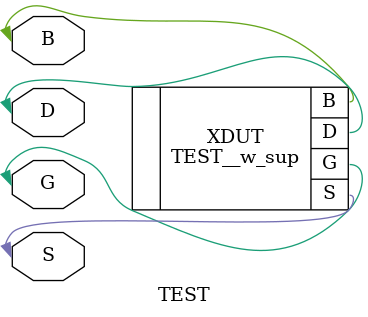
<source format=sv>
`timescale 1ps/1ps 


module TEST__w_sup(
    inout  wire B,
    inout  wire D,
    inout  wire G,
    inout  wire S
);

endmodule


module TEST(
    inout  wire B,
    inout  wire D,
    inout  wire G,
    inout  wire S
);



TEST__w_sup XDUT (
    .B( B ),
    .D( D ),
    .G( G ),
    .S( S )
);

endmodule

</source>
